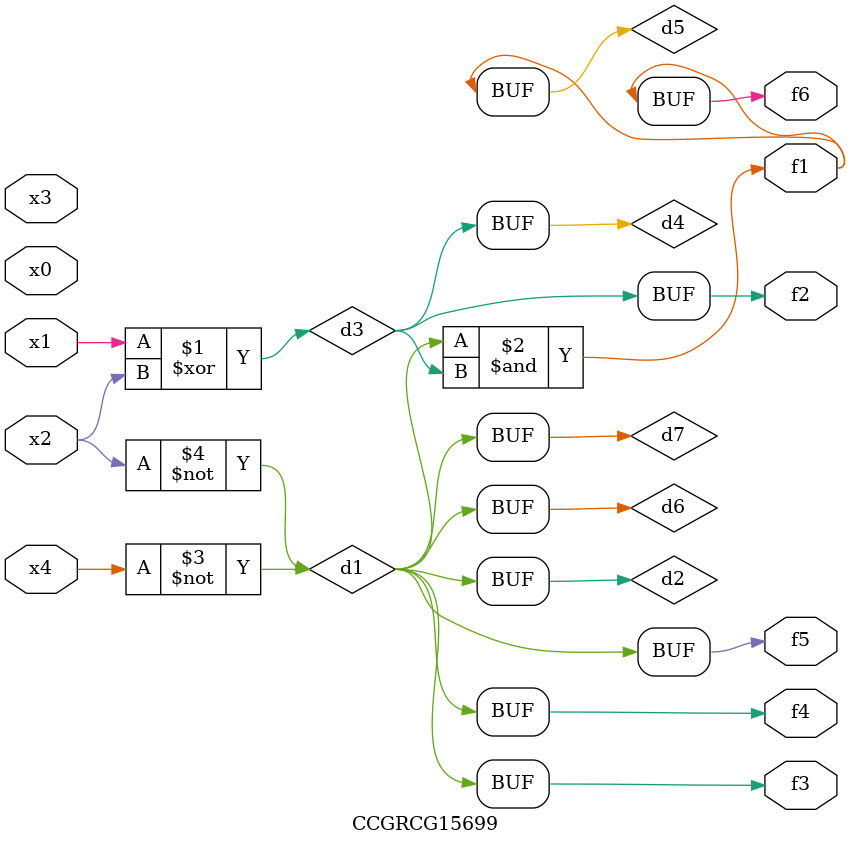
<source format=v>
module CCGRCG15699(
	input x0, x1, x2, x3, x4,
	output f1, f2, f3, f4, f5, f6
);

	wire d1, d2, d3, d4, d5, d6, d7;

	not (d1, x4);
	not (d2, x2);
	xor (d3, x1, x2);
	buf (d4, d3);
	and (d5, d1, d3);
	buf (d6, d1, d2);
	buf (d7, d2);
	assign f1 = d5;
	assign f2 = d4;
	assign f3 = d7;
	assign f4 = d7;
	assign f5 = d7;
	assign f6 = d5;
endmodule

</source>
